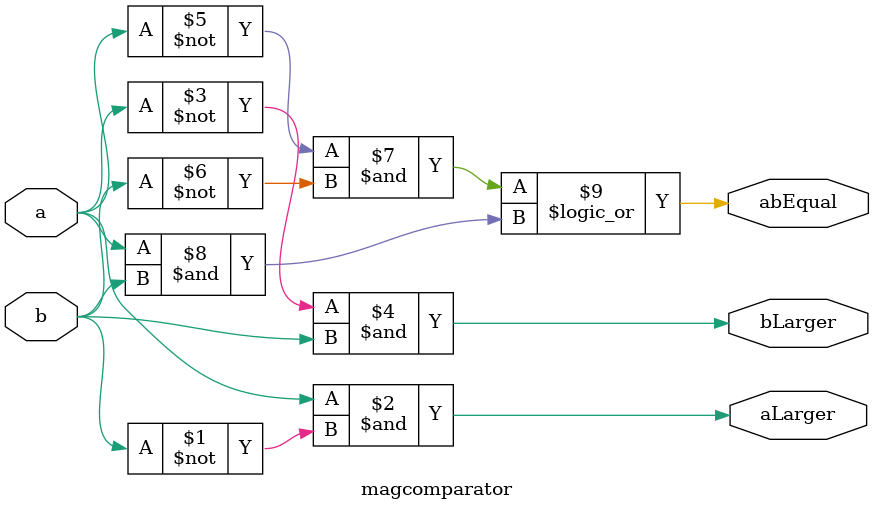
<source format=v>
module  magcomparator(aLarger,bLarger,abEqual, a, b);
    output aLarger, bLarger, abEqual;
    input a,b;

    assign aLarger = a & ~b;
    assign bLarger = ~a & b;
    assign abEqual = ~a & ~b || a & b;

endmodule
</source>
